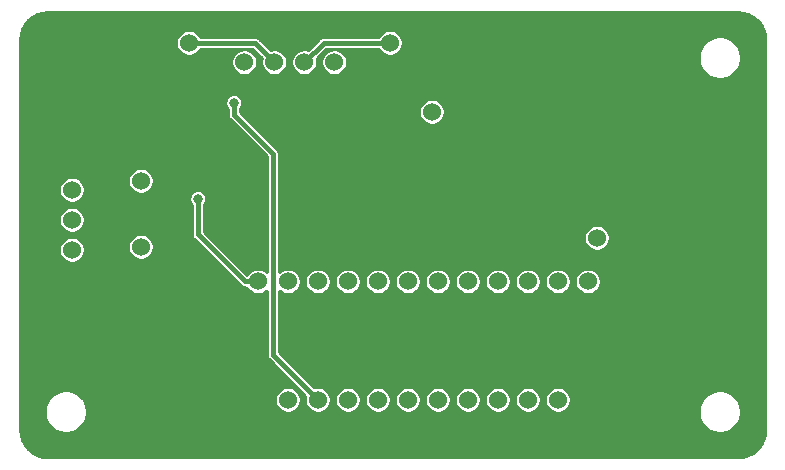
<source format=gbr>
G04 #@! TF.GenerationSoftware,KiCad,Pcbnew,(5.1.4)-1*
G04 #@! TF.CreationDate,2019-10-15T19:11:32-05:00*
G04 #@! TF.ProjectId,CCDBoard_Hardware,43434442-6f61-4726-945f-486172647761,rev?*
G04 #@! TF.SameCoordinates,Original*
G04 #@! TF.FileFunction,Copper,L2,Bot*
G04 #@! TF.FilePolarity,Positive*
%FSLAX46Y46*%
G04 Gerber Fmt 4.6, Leading zero omitted, Abs format (unit mm)*
G04 Created by KiCad (PCBNEW (5.1.4)-1) date 2019-10-15 19:11:32*
%MOMM*%
%LPD*%
G04 APERTURE LIST*
%ADD10C,1.524000*%
%ADD11C,0.800000*%
%ADD12C,0.381000*%
%ADD13C,0.254000*%
G04 APERTURE END LIST*
D10*
X112014000Y-90678000D03*
X116078000Y-78994000D03*
X147320000Y-109220000D03*
X144780000Y-109220000D03*
X142240000Y-109220000D03*
X121920000Y-109220000D03*
X124460000Y-109220000D03*
X127000000Y-109220000D03*
X129540000Y-109220000D03*
X132080000Y-109220000D03*
X134620000Y-109220000D03*
X139700000Y-109220000D03*
X149860000Y-109220000D03*
X137160000Y-109220000D03*
X121920000Y-99210000D03*
X124460000Y-99210000D03*
X127000000Y-99210000D03*
X129540000Y-99210000D03*
X132080000Y-99210000D03*
X134620000Y-99210000D03*
X137160000Y-99210000D03*
X139700000Y-99210000D03*
X142240000Y-99210000D03*
X144780000Y-99210000D03*
X147320000Y-99210000D03*
X149860000Y-99210000D03*
X106172000Y-88900000D03*
X106172000Y-91440000D03*
X106172000Y-93980000D03*
X106172000Y-96520000D03*
X106172000Y-96520000D03*
X120777000Y-80645000D03*
X120777000Y-80645000D03*
X123317000Y-80645000D03*
X125857000Y-80645000D03*
X128397000Y-80645000D03*
X136652000Y-84836000D03*
X133096000Y-78994000D03*
X150622000Y-95504000D03*
X112014000Y-96266000D03*
D11*
X136652000Y-96520000D03*
X114808000Y-87884000D03*
X119888000Y-84074000D03*
X116840000Y-92202000D03*
D12*
X121666000Y-78994000D02*
X116078000Y-78994000D01*
X123317000Y-80645000D02*
X121666000Y-78994000D01*
X127508000Y-78994000D02*
X133096000Y-78994000D01*
X125857000Y-80645000D02*
X127508000Y-78994000D01*
X119888000Y-85090000D02*
X119888000Y-84074000D01*
X123190000Y-88392000D02*
X119888000Y-85090000D01*
X127000000Y-109220000D02*
X123190000Y-105410000D01*
X123190000Y-105410000D02*
X123190000Y-88392000D01*
X116840000Y-92767685D02*
X116840000Y-92202000D01*
X116840000Y-95207630D02*
X116840000Y-92767685D01*
X120842370Y-99210000D02*
X116840000Y-95207630D01*
X121920000Y-99210000D02*
X120842370Y-99210000D01*
D13*
G36*
X163013438Y-76449981D02*
G01*
X163449600Y-76581666D01*
X163851883Y-76795564D01*
X164204952Y-77083519D01*
X164495371Y-77434576D01*
X164712069Y-77835350D01*
X164846797Y-78270584D01*
X164895435Y-78733338D01*
X164895461Y-78740715D01*
X164895460Y-111749994D01*
X164850019Y-112213437D01*
X164718334Y-112649602D01*
X164504438Y-113051880D01*
X164216481Y-113404952D01*
X163865421Y-113695373D01*
X163464651Y-113912069D01*
X163029413Y-114046797D01*
X162566654Y-114095435D01*
X162559571Y-114095460D01*
X104150006Y-114095460D01*
X103686563Y-114050019D01*
X103250398Y-113918334D01*
X102848120Y-113704438D01*
X102495048Y-113416481D01*
X102204627Y-113065421D01*
X101987931Y-112664651D01*
X101853203Y-112229413D01*
X101804565Y-111766654D01*
X101804540Y-111759571D01*
X101804540Y-110058696D01*
X103863800Y-110058696D01*
X103863800Y-110413304D01*
X103932981Y-110761099D01*
X104068684Y-111088714D01*
X104265694Y-111383560D01*
X104516440Y-111634306D01*
X104811286Y-111831316D01*
X105138901Y-111967019D01*
X105486696Y-112036200D01*
X105841304Y-112036200D01*
X106189099Y-111967019D01*
X106516714Y-111831316D01*
X106811560Y-111634306D01*
X107062306Y-111383560D01*
X107259316Y-111088714D01*
X107395019Y-110761099D01*
X107464200Y-110413304D01*
X107464200Y-110058696D01*
X107395019Y-109710901D01*
X107259316Y-109383286D01*
X107078545Y-109112743D01*
X123371000Y-109112743D01*
X123371000Y-109327257D01*
X123412850Y-109537650D01*
X123494941Y-109735835D01*
X123614119Y-109914197D01*
X123765803Y-110065881D01*
X123944165Y-110185059D01*
X124142350Y-110267150D01*
X124352743Y-110309000D01*
X124567257Y-110309000D01*
X124777650Y-110267150D01*
X124975835Y-110185059D01*
X125154197Y-110065881D01*
X125305881Y-109914197D01*
X125425059Y-109735835D01*
X125507150Y-109537650D01*
X125549000Y-109327257D01*
X125549000Y-109112743D01*
X125507150Y-108902350D01*
X125425059Y-108704165D01*
X125305881Y-108525803D01*
X125154197Y-108374119D01*
X124975835Y-108254941D01*
X124777650Y-108172850D01*
X124567257Y-108131000D01*
X124352743Y-108131000D01*
X124142350Y-108172850D01*
X123944165Y-108254941D01*
X123765803Y-108374119D01*
X123614119Y-108525803D01*
X123494941Y-108704165D01*
X123412850Y-108902350D01*
X123371000Y-109112743D01*
X107078545Y-109112743D01*
X107062306Y-109088440D01*
X106811560Y-108837694D01*
X106516714Y-108640684D01*
X106189099Y-108504981D01*
X105841304Y-108435800D01*
X105486696Y-108435800D01*
X105138901Y-108504981D01*
X104811286Y-108640684D01*
X104516440Y-108837694D01*
X104265694Y-109088440D01*
X104068684Y-109383286D01*
X103932981Y-109710901D01*
X103863800Y-110058696D01*
X101804540Y-110058696D01*
X101804540Y-96412743D01*
X105083000Y-96412743D01*
X105083000Y-96627257D01*
X105124850Y-96837650D01*
X105206941Y-97035835D01*
X105326119Y-97214197D01*
X105477803Y-97365881D01*
X105656165Y-97485059D01*
X105854350Y-97567150D01*
X106064743Y-97609000D01*
X106279257Y-97609000D01*
X106489650Y-97567150D01*
X106687835Y-97485059D01*
X106866197Y-97365881D01*
X107017881Y-97214197D01*
X107137059Y-97035835D01*
X107219150Y-96837650D01*
X107261000Y-96627257D01*
X107261000Y-96412743D01*
X107219150Y-96202350D01*
X107201088Y-96158743D01*
X110925000Y-96158743D01*
X110925000Y-96373257D01*
X110966850Y-96583650D01*
X111048941Y-96781835D01*
X111168119Y-96960197D01*
X111319803Y-97111881D01*
X111498165Y-97231059D01*
X111696350Y-97313150D01*
X111906743Y-97355000D01*
X112121257Y-97355000D01*
X112331650Y-97313150D01*
X112529835Y-97231059D01*
X112708197Y-97111881D01*
X112859881Y-96960197D01*
X112979059Y-96781835D01*
X113061150Y-96583650D01*
X113103000Y-96373257D01*
X113103000Y-96158743D01*
X113061150Y-95948350D01*
X112979059Y-95750165D01*
X112859881Y-95571803D01*
X112708197Y-95420119D01*
X112529835Y-95300941D01*
X112331650Y-95218850D01*
X112121257Y-95177000D01*
X111906743Y-95177000D01*
X111696350Y-95218850D01*
X111498165Y-95300941D01*
X111319803Y-95420119D01*
X111168119Y-95571803D01*
X111048941Y-95750165D01*
X110966850Y-95948350D01*
X110925000Y-96158743D01*
X107201088Y-96158743D01*
X107137059Y-96004165D01*
X107017881Y-95825803D01*
X106866197Y-95674119D01*
X106687835Y-95554941D01*
X106489650Y-95472850D01*
X106279257Y-95431000D01*
X106064743Y-95431000D01*
X105854350Y-95472850D01*
X105656165Y-95554941D01*
X105477803Y-95674119D01*
X105326119Y-95825803D01*
X105206941Y-96004165D01*
X105124850Y-96202350D01*
X105083000Y-96412743D01*
X101804540Y-96412743D01*
X101804540Y-93872743D01*
X105083000Y-93872743D01*
X105083000Y-94087257D01*
X105124850Y-94297650D01*
X105206941Y-94495835D01*
X105326119Y-94674197D01*
X105477803Y-94825881D01*
X105656165Y-94945059D01*
X105854350Y-95027150D01*
X106064743Y-95069000D01*
X106279257Y-95069000D01*
X106489650Y-95027150D01*
X106687835Y-94945059D01*
X106866197Y-94825881D01*
X107017881Y-94674197D01*
X107137059Y-94495835D01*
X107219150Y-94297650D01*
X107261000Y-94087257D01*
X107261000Y-93872743D01*
X107219150Y-93662350D01*
X107137059Y-93464165D01*
X107017881Y-93285803D01*
X106866197Y-93134119D01*
X106687835Y-93014941D01*
X106489650Y-92932850D01*
X106279257Y-92891000D01*
X106064743Y-92891000D01*
X105854350Y-92932850D01*
X105656165Y-93014941D01*
X105477803Y-93134119D01*
X105326119Y-93285803D01*
X105206941Y-93464165D01*
X105124850Y-93662350D01*
X105083000Y-93872743D01*
X101804540Y-93872743D01*
X101804540Y-91332743D01*
X105083000Y-91332743D01*
X105083000Y-91547257D01*
X105124850Y-91757650D01*
X105206941Y-91955835D01*
X105326119Y-92134197D01*
X105477803Y-92285881D01*
X105656165Y-92405059D01*
X105854350Y-92487150D01*
X106064743Y-92529000D01*
X106279257Y-92529000D01*
X106489650Y-92487150D01*
X106687835Y-92405059D01*
X106866197Y-92285881D01*
X107017881Y-92134197D01*
X107020420Y-92130397D01*
X116113000Y-92130397D01*
X116113000Y-92273603D01*
X116140938Y-92414058D01*
X116195741Y-92546364D01*
X116275302Y-92665436D01*
X116322500Y-92712634D01*
X116322500Y-92793097D01*
X116322501Y-92793107D01*
X116322500Y-95182217D01*
X116319997Y-95207630D01*
X116322500Y-95233042D01*
X116329989Y-95309077D01*
X116359580Y-95406626D01*
X116407633Y-95496528D01*
X116472302Y-95575328D01*
X116492048Y-95591533D01*
X120458472Y-99557958D01*
X120474672Y-99577698D01*
X120553472Y-99642367D01*
X120643373Y-99690420D01*
X120740922Y-99720011D01*
X120800053Y-99725835D01*
X120842370Y-99730003D01*
X120867783Y-99727500D01*
X120956054Y-99727500D01*
X121074119Y-99904197D01*
X121225803Y-100055881D01*
X121404165Y-100175059D01*
X121602350Y-100257150D01*
X121812743Y-100299000D01*
X122027257Y-100299000D01*
X122237650Y-100257150D01*
X122435835Y-100175059D01*
X122614197Y-100055881D01*
X122672500Y-99997578D01*
X122672500Y-105384587D01*
X122669997Y-105410000D01*
X122672500Y-105435412D01*
X122679989Y-105511447D01*
X122709580Y-105608996D01*
X122757633Y-105698898D01*
X122822302Y-105777698D01*
X122842048Y-105793903D01*
X125952459Y-108904314D01*
X125911000Y-109112743D01*
X125911000Y-109327257D01*
X125952850Y-109537650D01*
X126034941Y-109735835D01*
X126154119Y-109914197D01*
X126305803Y-110065881D01*
X126484165Y-110185059D01*
X126682350Y-110267150D01*
X126892743Y-110309000D01*
X127107257Y-110309000D01*
X127317650Y-110267150D01*
X127515835Y-110185059D01*
X127694197Y-110065881D01*
X127845881Y-109914197D01*
X127965059Y-109735835D01*
X128047150Y-109537650D01*
X128089000Y-109327257D01*
X128089000Y-109112743D01*
X128451000Y-109112743D01*
X128451000Y-109327257D01*
X128492850Y-109537650D01*
X128574941Y-109735835D01*
X128694119Y-109914197D01*
X128845803Y-110065881D01*
X129024165Y-110185059D01*
X129222350Y-110267150D01*
X129432743Y-110309000D01*
X129647257Y-110309000D01*
X129857650Y-110267150D01*
X130055835Y-110185059D01*
X130234197Y-110065881D01*
X130385881Y-109914197D01*
X130505059Y-109735835D01*
X130587150Y-109537650D01*
X130629000Y-109327257D01*
X130629000Y-109112743D01*
X130991000Y-109112743D01*
X130991000Y-109327257D01*
X131032850Y-109537650D01*
X131114941Y-109735835D01*
X131234119Y-109914197D01*
X131385803Y-110065881D01*
X131564165Y-110185059D01*
X131762350Y-110267150D01*
X131972743Y-110309000D01*
X132187257Y-110309000D01*
X132397650Y-110267150D01*
X132595835Y-110185059D01*
X132774197Y-110065881D01*
X132925881Y-109914197D01*
X133045059Y-109735835D01*
X133127150Y-109537650D01*
X133169000Y-109327257D01*
X133169000Y-109112743D01*
X133531000Y-109112743D01*
X133531000Y-109327257D01*
X133572850Y-109537650D01*
X133654941Y-109735835D01*
X133774119Y-109914197D01*
X133925803Y-110065881D01*
X134104165Y-110185059D01*
X134302350Y-110267150D01*
X134512743Y-110309000D01*
X134727257Y-110309000D01*
X134937650Y-110267150D01*
X135135835Y-110185059D01*
X135314197Y-110065881D01*
X135465881Y-109914197D01*
X135585059Y-109735835D01*
X135667150Y-109537650D01*
X135709000Y-109327257D01*
X135709000Y-109112743D01*
X136071000Y-109112743D01*
X136071000Y-109327257D01*
X136112850Y-109537650D01*
X136194941Y-109735835D01*
X136314119Y-109914197D01*
X136465803Y-110065881D01*
X136644165Y-110185059D01*
X136842350Y-110267150D01*
X137052743Y-110309000D01*
X137267257Y-110309000D01*
X137477650Y-110267150D01*
X137675835Y-110185059D01*
X137854197Y-110065881D01*
X138005881Y-109914197D01*
X138125059Y-109735835D01*
X138207150Y-109537650D01*
X138249000Y-109327257D01*
X138249000Y-109112743D01*
X138611000Y-109112743D01*
X138611000Y-109327257D01*
X138652850Y-109537650D01*
X138734941Y-109735835D01*
X138854119Y-109914197D01*
X139005803Y-110065881D01*
X139184165Y-110185059D01*
X139382350Y-110267150D01*
X139592743Y-110309000D01*
X139807257Y-110309000D01*
X140017650Y-110267150D01*
X140215835Y-110185059D01*
X140394197Y-110065881D01*
X140545881Y-109914197D01*
X140665059Y-109735835D01*
X140747150Y-109537650D01*
X140789000Y-109327257D01*
X140789000Y-109112743D01*
X141151000Y-109112743D01*
X141151000Y-109327257D01*
X141192850Y-109537650D01*
X141274941Y-109735835D01*
X141394119Y-109914197D01*
X141545803Y-110065881D01*
X141724165Y-110185059D01*
X141922350Y-110267150D01*
X142132743Y-110309000D01*
X142347257Y-110309000D01*
X142557650Y-110267150D01*
X142755835Y-110185059D01*
X142934197Y-110065881D01*
X143085881Y-109914197D01*
X143205059Y-109735835D01*
X143287150Y-109537650D01*
X143329000Y-109327257D01*
X143329000Y-109112743D01*
X143691000Y-109112743D01*
X143691000Y-109327257D01*
X143732850Y-109537650D01*
X143814941Y-109735835D01*
X143934119Y-109914197D01*
X144085803Y-110065881D01*
X144264165Y-110185059D01*
X144462350Y-110267150D01*
X144672743Y-110309000D01*
X144887257Y-110309000D01*
X145097650Y-110267150D01*
X145295835Y-110185059D01*
X145474197Y-110065881D01*
X145625881Y-109914197D01*
X145745059Y-109735835D01*
X145827150Y-109537650D01*
X145869000Y-109327257D01*
X145869000Y-109112743D01*
X146231000Y-109112743D01*
X146231000Y-109327257D01*
X146272850Y-109537650D01*
X146354941Y-109735835D01*
X146474119Y-109914197D01*
X146625803Y-110065881D01*
X146804165Y-110185059D01*
X147002350Y-110267150D01*
X147212743Y-110309000D01*
X147427257Y-110309000D01*
X147637650Y-110267150D01*
X147835835Y-110185059D01*
X148014197Y-110065881D01*
X148021382Y-110058696D01*
X159235800Y-110058696D01*
X159235800Y-110413304D01*
X159304981Y-110761099D01*
X159440684Y-111088714D01*
X159637694Y-111383560D01*
X159888440Y-111634306D01*
X160183286Y-111831316D01*
X160510901Y-111967019D01*
X160858696Y-112036200D01*
X161213304Y-112036200D01*
X161561099Y-111967019D01*
X161888714Y-111831316D01*
X162183560Y-111634306D01*
X162434306Y-111383560D01*
X162631316Y-111088714D01*
X162767019Y-110761099D01*
X162836200Y-110413304D01*
X162836200Y-110058696D01*
X162767019Y-109710901D01*
X162631316Y-109383286D01*
X162434306Y-109088440D01*
X162183560Y-108837694D01*
X161888714Y-108640684D01*
X161561099Y-108504981D01*
X161213304Y-108435800D01*
X160858696Y-108435800D01*
X160510901Y-108504981D01*
X160183286Y-108640684D01*
X159888440Y-108837694D01*
X159637694Y-109088440D01*
X159440684Y-109383286D01*
X159304981Y-109710901D01*
X159235800Y-110058696D01*
X148021382Y-110058696D01*
X148165881Y-109914197D01*
X148285059Y-109735835D01*
X148367150Y-109537650D01*
X148409000Y-109327257D01*
X148409000Y-109112743D01*
X148367150Y-108902350D01*
X148285059Y-108704165D01*
X148165881Y-108525803D01*
X148014197Y-108374119D01*
X147835835Y-108254941D01*
X147637650Y-108172850D01*
X147427257Y-108131000D01*
X147212743Y-108131000D01*
X147002350Y-108172850D01*
X146804165Y-108254941D01*
X146625803Y-108374119D01*
X146474119Y-108525803D01*
X146354941Y-108704165D01*
X146272850Y-108902350D01*
X146231000Y-109112743D01*
X145869000Y-109112743D01*
X145827150Y-108902350D01*
X145745059Y-108704165D01*
X145625881Y-108525803D01*
X145474197Y-108374119D01*
X145295835Y-108254941D01*
X145097650Y-108172850D01*
X144887257Y-108131000D01*
X144672743Y-108131000D01*
X144462350Y-108172850D01*
X144264165Y-108254941D01*
X144085803Y-108374119D01*
X143934119Y-108525803D01*
X143814941Y-108704165D01*
X143732850Y-108902350D01*
X143691000Y-109112743D01*
X143329000Y-109112743D01*
X143287150Y-108902350D01*
X143205059Y-108704165D01*
X143085881Y-108525803D01*
X142934197Y-108374119D01*
X142755835Y-108254941D01*
X142557650Y-108172850D01*
X142347257Y-108131000D01*
X142132743Y-108131000D01*
X141922350Y-108172850D01*
X141724165Y-108254941D01*
X141545803Y-108374119D01*
X141394119Y-108525803D01*
X141274941Y-108704165D01*
X141192850Y-108902350D01*
X141151000Y-109112743D01*
X140789000Y-109112743D01*
X140747150Y-108902350D01*
X140665059Y-108704165D01*
X140545881Y-108525803D01*
X140394197Y-108374119D01*
X140215835Y-108254941D01*
X140017650Y-108172850D01*
X139807257Y-108131000D01*
X139592743Y-108131000D01*
X139382350Y-108172850D01*
X139184165Y-108254941D01*
X139005803Y-108374119D01*
X138854119Y-108525803D01*
X138734941Y-108704165D01*
X138652850Y-108902350D01*
X138611000Y-109112743D01*
X138249000Y-109112743D01*
X138207150Y-108902350D01*
X138125059Y-108704165D01*
X138005881Y-108525803D01*
X137854197Y-108374119D01*
X137675835Y-108254941D01*
X137477650Y-108172850D01*
X137267257Y-108131000D01*
X137052743Y-108131000D01*
X136842350Y-108172850D01*
X136644165Y-108254941D01*
X136465803Y-108374119D01*
X136314119Y-108525803D01*
X136194941Y-108704165D01*
X136112850Y-108902350D01*
X136071000Y-109112743D01*
X135709000Y-109112743D01*
X135667150Y-108902350D01*
X135585059Y-108704165D01*
X135465881Y-108525803D01*
X135314197Y-108374119D01*
X135135835Y-108254941D01*
X134937650Y-108172850D01*
X134727257Y-108131000D01*
X134512743Y-108131000D01*
X134302350Y-108172850D01*
X134104165Y-108254941D01*
X133925803Y-108374119D01*
X133774119Y-108525803D01*
X133654941Y-108704165D01*
X133572850Y-108902350D01*
X133531000Y-109112743D01*
X133169000Y-109112743D01*
X133127150Y-108902350D01*
X133045059Y-108704165D01*
X132925881Y-108525803D01*
X132774197Y-108374119D01*
X132595835Y-108254941D01*
X132397650Y-108172850D01*
X132187257Y-108131000D01*
X131972743Y-108131000D01*
X131762350Y-108172850D01*
X131564165Y-108254941D01*
X131385803Y-108374119D01*
X131234119Y-108525803D01*
X131114941Y-108704165D01*
X131032850Y-108902350D01*
X130991000Y-109112743D01*
X130629000Y-109112743D01*
X130587150Y-108902350D01*
X130505059Y-108704165D01*
X130385881Y-108525803D01*
X130234197Y-108374119D01*
X130055835Y-108254941D01*
X129857650Y-108172850D01*
X129647257Y-108131000D01*
X129432743Y-108131000D01*
X129222350Y-108172850D01*
X129024165Y-108254941D01*
X128845803Y-108374119D01*
X128694119Y-108525803D01*
X128574941Y-108704165D01*
X128492850Y-108902350D01*
X128451000Y-109112743D01*
X128089000Y-109112743D01*
X128047150Y-108902350D01*
X127965059Y-108704165D01*
X127845881Y-108525803D01*
X127694197Y-108374119D01*
X127515835Y-108254941D01*
X127317650Y-108172850D01*
X127107257Y-108131000D01*
X126892743Y-108131000D01*
X126684314Y-108172459D01*
X123707500Y-105195645D01*
X123707500Y-99997578D01*
X123765803Y-100055881D01*
X123944165Y-100175059D01*
X124142350Y-100257150D01*
X124352743Y-100299000D01*
X124567257Y-100299000D01*
X124777650Y-100257150D01*
X124975835Y-100175059D01*
X125154197Y-100055881D01*
X125305881Y-99904197D01*
X125425059Y-99725835D01*
X125507150Y-99527650D01*
X125549000Y-99317257D01*
X125549000Y-99102743D01*
X125911000Y-99102743D01*
X125911000Y-99317257D01*
X125952850Y-99527650D01*
X126034941Y-99725835D01*
X126154119Y-99904197D01*
X126305803Y-100055881D01*
X126484165Y-100175059D01*
X126682350Y-100257150D01*
X126892743Y-100299000D01*
X127107257Y-100299000D01*
X127317650Y-100257150D01*
X127515835Y-100175059D01*
X127694197Y-100055881D01*
X127845881Y-99904197D01*
X127965059Y-99725835D01*
X128047150Y-99527650D01*
X128089000Y-99317257D01*
X128089000Y-99102743D01*
X128451000Y-99102743D01*
X128451000Y-99317257D01*
X128492850Y-99527650D01*
X128574941Y-99725835D01*
X128694119Y-99904197D01*
X128845803Y-100055881D01*
X129024165Y-100175059D01*
X129222350Y-100257150D01*
X129432743Y-100299000D01*
X129647257Y-100299000D01*
X129857650Y-100257150D01*
X130055835Y-100175059D01*
X130234197Y-100055881D01*
X130385881Y-99904197D01*
X130505059Y-99725835D01*
X130587150Y-99527650D01*
X130629000Y-99317257D01*
X130629000Y-99102743D01*
X130991000Y-99102743D01*
X130991000Y-99317257D01*
X131032850Y-99527650D01*
X131114941Y-99725835D01*
X131234119Y-99904197D01*
X131385803Y-100055881D01*
X131564165Y-100175059D01*
X131762350Y-100257150D01*
X131972743Y-100299000D01*
X132187257Y-100299000D01*
X132397650Y-100257150D01*
X132595835Y-100175059D01*
X132774197Y-100055881D01*
X132925881Y-99904197D01*
X133045059Y-99725835D01*
X133127150Y-99527650D01*
X133169000Y-99317257D01*
X133169000Y-99102743D01*
X133531000Y-99102743D01*
X133531000Y-99317257D01*
X133572850Y-99527650D01*
X133654941Y-99725835D01*
X133774119Y-99904197D01*
X133925803Y-100055881D01*
X134104165Y-100175059D01*
X134302350Y-100257150D01*
X134512743Y-100299000D01*
X134727257Y-100299000D01*
X134937650Y-100257150D01*
X135135835Y-100175059D01*
X135314197Y-100055881D01*
X135465881Y-99904197D01*
X135585059Y-99725835D01*
X135667150Y-99527650D01*
X135709000Y-99317257D01*
X135709000Y-99102743D01*
X136071000Y-99102743D01*
X136071000Y-99317257D01*
X136112850Y-99527650D01*
X136194941Y-99725835D01*
X136314119Y-99904197D01*
X136465803Y-100055881D01*
X136644165Y-100175059D01*
X136842350Y-100257150D01*
X137052743Y-100299000D01*
X137267257Y-100299000D01*
X137477650Y-100257150D01*
X137675835Y-100175059D01*
X137854197Y-100055881D01*
X138005881Y-99904197D01*
X138125059Y-99725835D01*
X138207150Y-99527650D01*
X138249000Y-99317257D01*
X138249000Y-99102743D01*
X138611000Y-99102743D01*
X138611000Y-99317257D01*
X138652850Y-99527650D01*
X138734941Y-99725835D01*
X138854119Y-99904197D01*
X139005803Y-100055881D01*
X139184165Y-100175059D01*
X139382350Y-100257150D01*
X139592743Y-100299000D01*
X139807257Y-100299000D01*
X140017650Y-100257150D01*
X140215835Y-100175059D01*
X140394197Y-100055881D01*
X140545881Y-99904197D01*
X140665059Y-99725835D01*
X140747150Y-99527650D01*
X140789000Y-99317257D01*
X140789000Y-99102743D01*
X141151000Y-99102743D01*
X141151000Y-99317257D01*
X141192850Y-99527650D01*
X141274941Y-99725835D01*
X141394119Y-99904197D01*
X141545803Y-100055881D01*
X141724165Y-100175059D01*
X141922350Y-100257150D01*
X142132743Y-100299000D01*
X142347257Y-100299000D01*
X142557650Y-100257150D01*
X142755835Y-100175059D01*
X142934197Y-100055881D01*
X143085881Y-99904197D01*
X143205059Y-99725835D01*
X143287150Y-99527650D01*
X143329000Y-99317257D01*
X143329000Y-99102743D01*
X143691000Y-99102743D01*
X143691000Y-99317257D01*
X143732850Y-99527650D01*
X143814941Y-99725835D01*
X143934119Y-99904197D01*
X144085803Y-100055881D01*
X144264165Y-100175059D01*
X144462350Y-100257150D01*
X144672743Y-100299000D01*
X144887257Y-100299000D01*
X145097650Y-100257150D01*
X145295835Y-100175059D01*
X145474197Y-100055881D01*
X145625881Y-99904197D01*
X145745059Y-99725835D01*
X145827150Y-99527650D01*
X145869000Y-99317257D01*
X145869000Y-99102743D01*
X146231000Y-99102743D01*
X146231000Y-99317257D01*
X146272850Y-99527650D01*
X146354941Y-99725835D01*
X146474119Y-99904197D01*
X146625803Y-100055881D01*
X146804165Y-100175059D01*
X147002350Y-100257150D01*
X147212743Y-100299000D01*
X147427257Y-100299000D01*
X147637650Y-100257150D01*
X147835835Y-100175059D01*
X148014197Y-100055881D01*
X148165881Y-99904197D01*
X148285059Y-99725835D01*
X148367150Y-99527650D01*
X148409000Y-99317257D01*
X148409000Y-99102743D01*
X148771000Y-99102743D01*
X148771000Y-99317257D01*
X148812850Y-99527650D01*
X148894941Y-99725835D01*
X149014119Y-99904197D01*
X149165803Y-100055881D01*
X149344165Y-100175059D01*
X149542350Y-100257150D01*
X149752743Y-100299000D01*
X149967257Y-100299000D01*
X150177650Y-100257150D01*
X150375835Y-100175059D01*
X150554197Y-100055881D01*
X150705881Y-99904197D01*
X150825059Y-99725835D01*
X150907150Y-99527650D01*
X150949000Y-99317257D01*
X150949000Y-99102743D01*
X150907150Y-98892350D01*
X150825059Y-98694165D01*
X150705881Y-98515803D01*
X150554197Y-98364119D01*
X150375835Y-98244941D01*
X150177650Y-98162850D01*
X149967257Y-98121000D01*
X149752743Y-98121000D01*
X149542350Y-98162850D01*
X149344165Y-98244941D01*
X149165803Y-98364119D01*
X149014119Y-98515803D01*
X148894941Y-98694165D01*
X148812850Y-98892350D01*
X148771000Y-99102743D01*
X148409000Y-99102743D01*
X148367150Y-98892350D01*
X148285059Y-98694165D01*
X148165881Y-98515803D01*
X148014197Y-98364119D01*
X147835835Y-98244941D01*
X147637650Y-98162850D01*
X147427257Y-98121000D01*
X147212743Y-98121000D01*
X147002350Y-98162850D01*
X146804165Y-98244941D01*
X146625803Y-98364119D01*
X146474119Y-98515803D01*
X146354941Y-98694165D01*
X146272850Y-98892350D01*
X146231000Y-99102743D01*
X145869000Y-99102743D01*
X145827150Y-98892350D01*
X145745059Y-98694165D01*
X145625881Y-98515803D01*
X145474197Y-98364119D01*
X145295835Y-98244941D01*
X145097650Y-98162850D01*
X144887257Y-98121000D01*
X144672743Y-98121000D01*
X144462350Y-98162850D01*
X144264165Y-98244941D01*
X144085803Y-98364119D01*
X143934119Y-98515803D01*
X143814941Y-98694165D01*
X143732850Y-98892350D01*
X143691000Y-99102743D01*
X143329000Y-99102743D01*
X143287150Y-98892350D01*
X143205059Y-98694165D01*
X143085881Y-98515803D01*
X142934197Y-98364119D01*
X142755835Y-98244941D01*
X142557650Y-98162850D01*
X142347257Y-98121000D01*
X142132743Y-98121000D01*
X141922350Y-98162850D01*
X141724165Y-98244941D01*
X141545803Y-98364119D01*
X141394119Y-98515803D01*
X141274941Y-98694165D01*
X141192850Y-98892350D01*
X141151000Y-99102743D01*
X140789000Y-99102743D01*
X140747150Y-98892350D01*
X140665059Y-98694165D01*
X140545881Y-98515803D01*
X140394197Y-98364119D01*
X140215835Y-98244941D01*
X140017650Y-98162850D01*
X139807257Y-98121000D01*
X139592743Y-98121000D01*
X139382350Y-98162850D01*
X139184165Y-98244941D01*
X139005803Y-98364119D01*
X138854119Y-98515803D01*
X138734941Y-98694165D01*
X138652850Y-98892350D01*
X138611000Y-99102743D01*
X138249000Y-99102743D01*
X138207150Y-98892350D01*
X138125059Y-98694165D01*
X138005881Y-98515803D01*
X137854197Y-98364119D01*
X137675835Y-98244941D01*
X137477650Y-98162850D01*
X137267257Y-98121000D01*
X137052743Y-98121000D01*
X136842350Y-98162850D01*
X136644165Y-98244941D01*
X136465803Y-98364119D01*
X136314119Y-98515803D01*
X136194941Y-98694165D01*
X136112850Y-98892350D01*
X136071000Y-99102743D01*
X135709000Y-99102743D01*
X135667150Y-98892350D01*
X135585059Y-98694165D01*
X135465881Y-98515803D01*
X135314197Y-98364119D01*
X135135835Y-98244941D01*
X134937650Y-98162850D01*
X134727257Y-98121000D01*
X134512743Y-98121000D01*
X134302350Y-98162850D01*
X134104165Y-98244941D01*
X133925803Y-98364119D01*
X133774119Y-98515803D01*
X133654941Y-98694165D01*
X133572850Y-98892350D01*
X133531000Y-99102743D01*
X133169000Y-99102743D01*
X133127150Y-98892350D01*
X133045059Y-98694165D01*
X132925881Y-98515803D01*
X132774197Y-98364119D01*
X132595835Y-98244941D01*
X132397650Y-98162850D01*
X132187257Y-98121000D01*
X131972743Y-98121000D01*
X131762350Y-98162850D01*
X131564165Y-98244941D01*
X131385803Y-98364119D01*
X131234119Y-98515803D01*
X131114941Y-98694165D01*
X131032850Y-98892350D01*
X130991000Y-99102743D01*
X130629000Y-99102743D01*
X130587150Y-98892350D01*
X130505059Y-98694165D01*
X130385881Y-98515803D01*
X130234197Y-98364119D01*
X130055835Y-98244941D01*
X129857650Y-98162850D01*
X129647257Y-98121000D01*
X129432743Y-98121000D01*
X129222350Y-98162850D01*
X129024165Y-98244941D01*
X128845803Y-98364119D01*
X128694119Y-98515803D01*
X128574941Y-98694165D01*
X128492850Y-98892350D01*
X128451000Y-99102743D01*
X128089000Y-99102743D01*
X128047150Y-98892350D01*
X127965059Y-98694165D01*
X127845881Y-98515803D01*
X127694197Y-98364119D01*
X127515835Y-98244941D01*
X127317650Y-98162850D01*
X127107257Y-98121000D01*
X126892743Y-98121000D01*
X126682350Y-98162850D01*
X126484165Y-98244941D01*
X126305803Y-98364119D01*
X126154119Y-98515803D01*
X126034941Y-98694165D01*
X125952850Y-98892350D01*
X125911000Y-99102743D01*
X125549000Y-99102743D01*
X125507150Y-98892350D01*
X125425059Y-98694165D01*
X125305881Y-98515803D01*
X125154197Y-98364119D01*
X124975835Y-98244941D01*
X124777650Y-98162850D01*
X124567257Y-98121000D01*
X124352743Y-98121000D01*
X124142350Y-98162850D01*
X123944165Y-98244941D01*
X123765803Y-98364119D01*
X123707500Y-98422422D01*
X123707500Y-95396743D01*
X149533000Y-95396743D01*
X149533000Y-95611257D01*
X149574850Y-95821650D01*
X149656941Y-96019835D01*
X149776119Y-96198197D01*
X149927803Y-96349881D01*
X150106165Y-96469059D01*
X150304350Y-96551150D01*
X150514743Y-96593000D01*
X150729257Y-96593000D01*
X150939650Y-96551150D01*
X151137835Y-96469059D01*
X151316197Y-96349881D01*
X151467881Y-96198197D01*
X151587059Y-96019835D01*
X151669150Y-95821650D01*
X151711000Y-95611257D01*
X151711000Y-95396743D01*
X151669150Y-95186350D01*
X151587059Y-94988165D01*
X151467881Y-94809803D01*
X151316197Y-94658119D01*
X151137835Y-94538941D01*
X150939650Y-94456850D01*
X150729257Y-94415000D01*
X150514743Y-94415000D01*
X150304350Y-94456850D01*
X150106165Y-94538941D01*
X149927803Y-94658119D01*
X149776119Y-94809803D01*
X149656941Y-94988165D01*
X149574850Y-95186350D01*
X149533000Y-95396743D01*
X123707500Y-95396743D01*
X123707500Y-88417412D01*
X123710003Y-88391999D01*
X123700011Y-88290551D01*
X123670420Y-88193003D01*
X123622367Y-88103102D01*
X123557698Y-88024302D01*
X123537958Y-88008102D01*
X120405500Y-84875645D01*
X120405500Y-84728743D01*
X135563000Y-84728743D01*
X135563000Y-84943257D01*
X135604850Y-85153650D01*
X135686941Y-85351835D01*
X135806119Y-85530197D01*
X135957803Y-85681881D01*
X136136165Y-85801059D01*
X136334350Y-85883150D01*
X136544743Y-85925000D01*
X136759257Y-85925000D01*
X136969650Y-85883150D01*
X137167835Y-85801059D01*
X137346197Y-85681881D01*
X137497881Y-85530197D01*
X137617059Y-85351835D01*
X137699150Y-85153650D01*
X137741000Y-84943257D01*
X137741000Y-84728743D01*
X137699150Y-84518350D01*
X137617059Y-84320165D01*
X137497881Y-84141803D01*
X137346197Y-83990119D01*
X137167835Y-83870941D01*
X136969650Y-83788850D01*
X136759257Y-83747000D01*
X136544743Y-83747000D01*
X136334350Y-83788850D01*
X136136165Y-83870941D01*
X135957803Y-83990119D01*
X135806119Y-84141803D01*
X135686941Y-84320165D01*
X135604850Y-84518350D01*
X135563000Y-84728743D01*
X120405500Y-84728743D01*
X120405500Y-84584634D01*
X120452698Y-84537436D01*
X120532259Y-84418364D01*
X120587062Y-84286058D01*
X120615000Y-84145603D01*
X120615000Y-84002397D01*
X120587062Y-83861942D01*
X120532259Y-83729636D01*
X120452698Y-83610564D01*
X120351436Y-83509302D01*
X120232364Y-83429741D01*
X120100058Y-83374938D01*
X119959603Y-83347000D01*
X119816397Y-83347000D01*
X119675942Y-83374938D01*
X119543636Y-83429741D01*
X119424564Y-83509302D01*
X119323302Y-83610564D01*
X119243741Y-83729636D01*
X119188938Y-83861942D01*
X119161000Y-84002397D01*
X119161000Y-84145603D01*
X119188938Y-84286058D01*
X119243741Y-84418364D01*
X119323302Y-84537436D01*
X119370500Y-84584634D01*
X119370500Y-85064587D01*
X119367997Y-85090000D01*
X119370500Y-85115412D01*
X119377989Y-85191447D01*
X119407580Y-85288996D01*
X119455633Y-85378898D01*
X119520302Y-85457698D01*
X119540048Y-85473903D01*
X122672501Y-88606357D01*
X122672500Y-98422422D01*
X122614197Y-98364119D01*
X122435835Y-98244941D01*
X122237650Y-98162850D01*
X122027257Y-98121000D01*
X121812743Y-98121000D01*
X121602350Y-98162850D01*
X121404165Y-98244941D01*
X121225803Y-98364119D01*
X121074119Y-98515803D01*
X120996377Y-98632151D01*
X117357500Y-94993275D01*
X117357500Y-92712634D01*
X117404698Y-92665436D01*
X117484259Y-92546364D01*
X117539062Y-92414058D01*
X117567000Y-92273603D01*
X117567000Y-92130397D01*
X117539062Y-91989942D01*
X117484259Y-91857636D01*
X117404698Y-91738564D01*
X117303436Y-91637302D01*
X117184364Y-91557741D01*
X117052058Y-91502938D01*
X116911603Y-91475000D01*
X116768397Y-91475000D01*
X116627942Y-91502938D01*
X116495636Y-91557741D01*
X116376564Y-91637302D01*
X116275302Y-91738564D01*
X116195741Y-91857636D01*
X116140938Y-91989942D01*
X116113000Y-92130397D01*
X107020420Y-92130397D01*
X107137059Y-91955835D01*
X107219150Y-91757650D01*
X107261000Y-91547257D01*
X107261000Y-91332743D01*
X107219150Y-91122350D01*
X107137059Y-90924165D01*
X107017881Y-90745803D01*
X106866197Y-90594119D01*
X106831213Y-90570743D01*
X110925000Y-90570743D01*
X110925000Y-90785257D01*
X110966850Y-90995650D01*
X111048941Y-91193835D01*
X111168119Y-91372197D01*
X111319803Y-91523881D01*
X111498165Y-91643059D01*
X111696350Y-91725150D01*
X111906743Y-91767000D01*
X112121257Y-91767000D01*
X112331650Y-91725150D01*
X112529835Y-91643059D01*
X112708197Y-91523881D01*
X112859881Y-91372197D01*
X112979059Y-91193835D01*
X113061150Y-90995650D01*
X113103000Y-90785257D01*
X113103000Y-90570743D01*
X113061150Y-90360350D01*
X112979059Y-90162165D01*
X112859881Y-89983803D01*
X112708197Y-89832119D01*
X112529835Y-89712941D01*
X112331650Y-89630850D01*
X112121257Y-89589000D01*
X111906743Y-89589000D01*
X111696350Y-89630850D01*
X111498165Y-89712941D01*
X111319803Y-89832119D01*
X111168119Y-89983803D01*
X111048941Y-90162165D01*
X110966850Y-90360350D01*
X110925000Y-90570743D01*
X106831213Y-90570743D01*
X106687835Y-90474941D01*
X106489650Y-90392850D01*
X106279257Y-90351000D01*
X106064743Y-90351000D01*
X105854350Y-90392850D01*
X105656165Y-90474941D01*
X105477803Y-90594119D01*
X105326119Y-90745803D01*
X105206941Y-90924165D01*
X105124850Y-91122350D01*
X105083000Y-91332743D01*
X101804540Y-91332743D01*
X101804540Y-80537743D01*
X119688000Y-80537743D01*
X119688000Y-80752257D01*
X119729850Y-80962650D01*
X119811941Y-81160835D01*
X119931119Y-81339197D01*
X120082803Y-81490881D01*
X120261165Y-81610059D01*
X120459350Y-81692150D01*
X120669743Y-81734000D01*
X120884257Y-81734000D01*
X121094650Y-81692150D01*
X121292835Y-81610059D01*
X121471197Y-81490881D01*
X121622881Y-81339197D01*
X121742059Y-81160835D01*
X121824150Y-80962650D01*
X121866000Y-80752257D01*
X121866000Y-80537743D01*
X121824150Y-80327350D01*
X121742059Y-80129165D01*
X121622881Y-79950803D01*
X121471197Y-79799119D01*
X121292835Y-79679941D01*
X121094650Y-79597850D01*
X120884257Y-79556000D01*
X120669743Y-79556000D01*
X120459350Y-79597850D01*
X120261165Y-79679941D01*
X120082803Y-79799119D01*
X119931119Y-79950803D01*
X119811941Y-80129165D01*
X119729850Y-80327350D01*
X119688000Y-80537743D01*
X101804540Y-80537743D01*
X101804540Y-78886743D01*
X114989000Y-78886743D01*
X114989000Y-79101257D01*
X115030850Y-79311650D01*
X115112941Y-79509835D01*
X115232119Y-79688197D01*
X115383803Y-79839881D01*
X115562165Y-79959059D01*
X115760350Y-80041150D01*
X115970743Y-80083000D01*
X116185257Y-80083000D01*
X116395650Y-80041150D01*
X116593835Y-79959059D01*
X116772197Y-79839881D01*
X116923881Y-79688197D01*
X117041946Y-79511500D01*
X121451645Y-79511500D01*
X122269459Y-80329314D01*
X122228000Y-80537743D01*
X122228000Y-80752257D01*
X122269850Y-80962650D01*
X122351941Y-81160835D01*
X122471119Y-81339197D01*
X122622803Y-81490881D01*
X122801165Y-81610059D01*
X122999350Y-81692150D01*
X123209743Y-81734000D01*
X123424257Y-81734000D01*
X123634650Y-81692150D01*
X123832835Y-81610059D01*
X124011197Y-81490881D01*
X124162881Y-81339197D01*
X124282059Y-81160835D01*
X124364150Y-80962650D01*
X124406000Y-80752257D01*
X124406000Y-80537743D01*
X124768000Y-80537743D01*
X124768000Y-80752257D01*
X124809850Y-80962650D01*
X124891941Y-81160835D01*
X125011119Y-81339197D01*
X125162803Y-81490881D01*
X125341165Y-81610059D01*
X125539350Y-81692150D01*
X125749743Y-81734000D01*
X125964257Y-81734000D01*
X126174650Y-81692150D01*
X126372835Y-81610059D01*
X126551197Y-81490881D01*
X126702881Y-81339197D01*
X126822059Y-81160835D01*
X126904150Y-80962650D01*
X126946000Y-80752257D01*
X126946000Y-80537743D01*
X127308000Y-80537743D01*
X127308000Y-80752257D01*
X127349850Y-80962650D01*
X127431941Y-81160835D01*
X127551119Y-81339197D01*
X127702803Y-81490881D01*
X127881165Y-81610059D01*
X128079350Y-81692150D01*
X128289743Y-81734000D01*
X128504257Y-81734000D01*
X128714650Y-81692150D01*
X128912835Y-81610059D01*
X129091197Y-81490881D01*
X129242881Y-81339197D01*
X129362059Y-81160835D01*
X129444150Y-80962650D01*
X129486000Y-80752257D01*
X129486000Y-80537743D01*
X129444150Y-80327350D01*
X129362059Y-80129165D01*
X129333683Y-80086696D01*
X159235800Y-80086696D01*
X159235800Y-80441304D01*
X159304981Y-80789099D01*
X159440684Y-81116714D01*
X159637694Y-81411560D01*
X159888440Y-81662306D01*
X160183286Y-81859316D01*
X160510901Y-81995019D01*
X160858696Y-82064200D01*
X161213304Y-82064200D01*
X161561099Y-81995019D01*
X161888714Y-81859316D01*
X162183560Y-81662306D01*
X162434306Y-81411560D01*
X162631316Y-81116714D01*
X162767019Y-80789099D01*
X162836200Y-80441304D01*
X162836200Y-80086696D01*
X162767019Y-79738901D01*
X162631316Y-79411286D01*
X162434306Y-79116440D01*
X162183560Y-78865694D01*
X161888714Y-78668684D01*
X161561099Y-78532981D01*
X161213304Y-78463800D01*
X160858696Y-78463800D01*
X160510901Y-78532981D01*
X160183286Y-78668684D01*
X159888440Y-78865694D01*
X159637694Y-79116440D01*
X159440684Y-79411286D01*
X159304981Y-79738901D01*
X159235800Y-80086696D01*
X129333683Y-80086696D01*
X129242881Y-79950803D01*
X129091197Y-79799119D01*
X128912835Y-79679941D01*
X128714650Y-79597850D01*
X128504257Y-79556000D01*
X128289743Y-79556000D01*
X128079350Y-79597850D01*
X127881165Y-79679941D01*
X127702803Y-79799119D01*
X127551119Y-79950803D01*
X127431941Y-80129165D01*
X127349850Y-80327350D01*
X127308000Y-80537743D01*
X126946000Y-80537743D01*
X126904541Y-80329314D01*
X127722355Y-79511500D01*
X132132054Y-79511500D01*
X132250119Y-79688197D01*
X132401803Y-79839881D01*
X132580165Y-79959059D01*
X132778350Y-80041150D01*
X132988743Y-80083000D01*
X133203257Y-80083000D01*
X133413650Y-80041150D01*
X133611835Y-79959059D01*
X133790197Y-79839881D01*
X133941881Y-79688197D01*
X134061059Y-79509835D01*
X134143150Y-79311650D01*
X134185000Y-79101257D01*
X134185000Y-78886743D01*
X134143150Y-78676350D01*
X134061059Y-78478165D01*
X133941881Y-78299803D01*
X133790197Y-78148119D01*
X133611835Y-78028941D01*
X133413650Y-77946850D01*
X133203257Y-77905000D01*
X132988743Y-77905000D01*
X132778350Y-77946850D01*
X132580165Y-78028941D01*
X132401803Y-78148119D01*
X132250119Y-78299803D01*
X132132054Y-78476500D01*
X127533413Y-78476500D01*
X127508000Y-78473997D01*
X127482587Y-78476500D01*
X127406552Y-78483989D01*
X127309003Y-78513580D01*
X127219102Y-78561633D01*
X127140302Y-78626302D01*
X127124097Y-78646048D01*
X126172686Y-79597459D01*
X125964257Y-79556000D01*
X125749743Y-79556000D01*
X125539350Y-79597850D01*
X125341165Y-79679941D01*
X125162803Y-79799119D01*
X125011119Y-79950803D01*
X124891941Y-80129165D01*
X124809850Y-80327350D01*
X124768000Y-80537743D01*
X124406000Y-80537743D01*
X124364150Y-80327350D01*
X124282059Y-80129165D01*
X124162881Y-79950803D01*
X124011197Y-79799119D01*
X123832835Y-79679941D01*
X123634650Y-79597850D01*
X123424257Y-79556000D01*
X123209743Y-79556000D01*
X123001314Y-79597459D01*
X122049903Y-78646048D01*
X122033698Y-78626302D01*
X121954898Y-78561633D01*
X121864997Y-78513580D01*
X121767448Y-78483989D01*
X121691413Y-78476500D01*
X121666000Y-78473997D01*
X121640587Y-78476500D01*
X117041946Y-78476500D01*
X116923881Y-78299803D01*
X116772197Y-78148119D01*
X116593835Y-78028941D01*
X116395650Y-77946850D01*
X116185257Y-77905000D01*
X115970743Y-77905000D01*
X115760350Y-77946850D01*
X115562165Y-78028941D01*
X115383803Y-78148119D01*
X115232119Y-78299803D01*
X115112941Y-78478165D01*
X115030850Y-78676350D01*
X114989000Y-78886743D01*
X101804540Y-78886743D01*
X101804540Y-78750006D01*
X101849981Y-78286562D01*
X101981666Y-77850400D01*
X102195564Y-77448117D01*
X102483519Y-77095048D01*
X102834576Y-76804629D01*
X103235350Y-76587931D01*
X103670584Y-76453203D01*
X104133338Y-76404565D01*
X104140429Y-76404540D01*
X162549994Y-76404540D01*
X163013438Y-76449981D01*
X163013438Y-76449981D01*
G37*
X163013438Y-76449981D02*
X163449600Y-76581666D01*
X163851883Y-76795564D01*
X164204952Y-77083519D01*
X164495371Y-77434576D01*
X164712069Y-77835350D01*
X164846797Y-78270584D01*
X164895435Y-78733338D01*
X164895461Y-78740715D01*
X164895460Y-111749994D01*
X164850019Y-112213437D01*
X164718334Y-112649602D01*
X164504438Y-113051880D01*
X164216481Y-113404952D01*
X163865421Y-113695373D01*
X163464651Y-113912069D01*
X163029413Y-114046797D01*
X162566654Y-114095435D01*
X162559571Y-114095460D01*
X104150006Y-114095460D01*
X103686563Y-114050019D01*
X103250398Y-113918334D01*
X102848120Y-113704438D01*
X102495048Y-113416481D01*
X102204627Y-113065421D01*
X101987931Y-112664651D01*
X101853203Y-112229413D01*
X101804565Y-111766654D01*
X101804540Y-111759571D01*
X101804540Y-110058696D01*
X103863800Y-110058696D01*
X103863800Y-110413304D01*
X103932981Y-110761099D01*
X104068684Y-111088714D01*
X104265694Y-111383560D01*
X104516440Y-111634306D01*
X104811286Y-111831316D01*
X105138901Y-111967019D01*
X105486696Y-112036200D01*
X105841304Y-112036200D01*
X106189099Y-111967019D01*
X106516714Y-111831316D01*
X106811560Y-111634306D01*
X107062306Y-111383560D01*
X107259316Y-111088714D01*
X107395019Y-110761099D01*
X107464200Y-110413304D01*
X107464200Y-110058696D01*
X107395019Y-109710901D01*
X107259316Y-109383286D01*
X107078545Y-109112743D01*
X123371000Y-109112743D01*
X123371000Y-109327257D01*
X123412850Y-109537650D01*
X123494941Y-109735835D01*
X123614119Y-109914197D01*
X123765803Y-110065881D01*
X123944165Y-110185059D01*
X124142350Y-110267150D01*
X124352743Y-110309000D01*
X124567257Y-110309000D01*
X124777650Y-110267150D01*
X124975835Y-110185059D01*
X125154197Y-110065881D01*
X125305881Y-109914197D01*
X125425059Y-109735835D01*
X125507150Y-109537650D01*
X125549000Y-109327257D01*
X125549000Y-109112743D01*
X125507150Y-108902350D01*
X125425059Y-108704165D01*
X125305881Y-108525803D01*
X125154197Y-108374119D01*
X124975835Y-108254941D01*
X124777650Y-108172850D01*
X124567257Y-108131000D01*
X124352743Y-108131000D01*
X124142350Y-108172850D01*
X123944165Y-108254941D01*
X123765803Y-108374119D01*
X123614119Y-108525803D01*
X123494941Y-108704165D01*
X123412850Y-108902350D01*
X123371000Y-109112743D01*
X107078545Y-109112743D01*
X107062306Y-109088440D01*
X106811560Y-108837694D01*
X106516714Y-108640684D01*
X106189099Y-108504981D01*
X105841304Y-108435800D01*
X105486696Y-108435800D01*
X105138901Y-108504981D01*
X104811286Y-108640684D01*
X104516440Y-108837694D01*
X104265694Y-109088440D01*
X104068684Y-109383286D01*
X103932981Y-109710901D01*
X103863800Y-110058696D01*
X101804540Y-110058696D01*
X101804540Y-96412743D01*
X105083000Y-96412743D01*
X105083000Y-96627257D01*
X105124850Y-96837650D01*
X105206941Y-97035835D01*
X105326119Y-97214197D01*
X105477803Y-97365881D01*
X105656165Y-97485059D01*
X105854350Y-97567150D01*
X106064743Y-97609000D01*
X106279257Y-97609000D01*
X106489650Y-97567150D01*
X106687835Y-97485059D01*
X106866197Y-97365881D01*
X107017881Y-97214197D01*
X107137059Y-97035835D01*
X107219150Y-96837650D01*
X107261000Y-96627257D01*
X107261000Y-96412743D01*
X107219150Y-96202350D01*
X107201088Y-96158743D01*
X110925000Y-96158743D01*
X110925000Y-96373257D01*
X110966850Y-96583650D01*
X111048941Y-96781835D01*
X111168119Y-96960197D01*
X111319803Y-97111881D01*
X111498165Y-97231059D01*
X111696350Y-97313150D01*
X111906743Y-97355000D01*
X112121257Y-97355000D01*
X112331650Y-97313150D01*
X112529835Y-97231059D01*
X112708197Y-97111881D01*
X112859881Y-96960197D01*
X112979059Y-96781835D01*
X113061150Y-96583650D01*
X113103000Y-96373257D01*
X113103000Y-96158743D01*
X113061150Y-95948350D01*
X112979059Y-95750165D01*
X112859881Y-95571803D01*
X112708197Y-95420119D01*
X112529835Y-95300941D01*
X112331650Y-95218850D01*
X112121257Y-95177000D01*
X111906743Y-95177000D01*
X111696350Y-95218850D01*
X111498165Y-95300941D01*
X111319803Y-95420119D01*
X111168119Y-95571803D01*
X111048941Y-95750165D01*
X110966850Y-95948350D01*
X110925000Y-96158743D01*
X107201088Y-96158743D01*
X107137059Y-96004165D01*
X107017881Y-95825803D01*
X106866197Y-95674119D01*
X106687835Y-95554941D01*
X106489650Y-95472850D01*
X106279257Y-95431000D01*
X106064743Y-95431000D01*
X105854350Y-95472850D01*
X105656165Y-95554941D01*
X105477803Y-95674119D01*
X105326119Y-95825803D01*
X105206941Y-96004165D01*
X105124850Y-96202350D01*
X105083000Y-96412743D01*
X101804540Y-96412743D01*
X101804540Y-93872743D01*
X105083000Y-93872743D01*
X105083000Y-94087257D01*
X105124850Y-94297650D01*
X105206941Y-94495835D01*
X105326119Y-94674197D01*
X105477803Y-94825881D01*
X105656165Y-94945059D01*
X105854350Y-95027150D01*
X106064743Y-95069000D01*
X106279257Y-95069000D01*
X106489650Y-95027150D01*
X106687835Y-94945059D01*
X106866197Y-94825881D01*
X107017881Y-94674197D01*
X107137059Y-94495835D01*
X107219150Y-94297650D01*
X107261000Y-94087257D01*
X107261000Y-93872743D01*
X107219150Y-93662350D01*
X107137059Y-93464165D01*
X107017881Y-93285803D01*
X106866197Y-93134119D01*
X106687835Y-93014941D01*
X106489650Y-92932850D01*
X106279257Y-92891000D01*
X106064743Y-92891000D01*
X105854350Y-92932850D01*
X105656165Y-93014941D01*
X105477803Y-93134119D01*
X105326119Y-93285803D01*
X105206941Y-93464165D01*
X105124850Y-93662350D01*
X105083000Y-93872743D01*
X101804540Y-93872743D01*
X101804540Y-91332743D01*
X105083000Y-91332743D01*
X105083000Y-91547257D01*
X105124850Y-91757650D01*
X105206941Y-91955835D01*
X105326119Y-92134197D01*
X105477803Y-92285881D01*
X105656165Y-92405059D01*
X105854350Y-92487150D01*
X106064743Y-92529000D01*
X106279257Y-92529000D01*
X106489650Y-92487150D01*
X106687835Y-92405059D01*
X106866197Y-92285881D01*
X107017881Y-92134197D01*
X107020420Y-92130397D01*
X116113000Y-92130397D01*
X116113000Y-92273603D01*
X116140938Y-92414058D01*
X116195741Y-92546364D01*
X116275302Y-92665436D01*
X116322500Y-92712634D01*
X116322500Y-92793097D01*
X116322501Y-92793107D01*
X116322500Y-95182217D01*
X116319997Y-95207630D01*
X116322500Y-95233042D01*
X116329989Y-95309077D01*
X116359580Y-95406626D01*
X116407633Y-95496528D01*
X116472302Y-95575328D01*
X116492048Y-95591533D01*
X120458472Y-99557958D01*
X120474672Y-99577698D01*
X120553472Y-99642367D01*
X120643373Y-99690420D01*
X120740922Y-99720011D01*
X120800053Y-99725835D01*
X120842370Y-99730003D01*
X120867783Y-99727500D01*
X120956054Y-99727500D01*
X121074119Y-99904197D01*
X121225803Y-100055881D01*
X121404165Y-100175059D01*
X121602350Y-100257150D01*
X121812743Y-100299000D01*
X122027257Y-100299000D01*
X122237650Y-100257150D01*
X122435835Y-100175059D01*
X122614197Y-100055881D01*
X122672500Y-99997578D01*
X122672500Y-105384587D01*
X122669997Y-105410000D01*
X122672500Y-105435412D01*
X122679989Y-105511447D01*
X122709580Y-105608996D01*
X122757633Y-105698898D01*
X122822302Y-105777698D01*
X122842048Y-105793903D01*
X125952459Y-108904314D01*
X125911000Y-109112743D01*
X125911000Y-109327257D01*
X125952850Y-109537650D01*
X126034941Y-109735835D01*
X126154119Y-109914197D01*
X126305803Y-110065881D01*
X126484165Y-110185059D01*
X126682350Y-110267150D01*
X126892743Y-110309000D01*
X127107257Y-110309000D01*
X127317650Y-110267150D01*
X127515835Y-110185059D01*
X127694197Y-110065881D01*
X127845881Y-109914197D01*
X127965059Y-109735835D01*
X128047150Y-109537650D01*
X128089000Y-109327257D01*
X128089000Y-109112743D01*
X128451000Y-109112743D01*
X128451000Y-109327257D01*
X128492850Y-109537650D01*
X128574941Y-109735835D01*
X128694119Y-109914197D01*
X128845803Y-110065881D01*
X129024165Y-110185059D01*
X129222350Y-110267150D01*
X129432743Y-110309000D01*
X129647257Y-110309000D01*
X129857650Y-110267150D01*
X130055835Y-110185059D01*
X130234197Y-110065881D01*
X130385881Y-109914197D01*
X130505059Y-109735835D01*
X130587150Y-109537650D01*
X130629000Y-109327257D01*
X130629000Y-109112743D01*
X130991000Y-109112743D01*
X130991000Y-109327257D01*
X131032850Y-109537650D01*
X131114941Y-109735835D01*
X131234119Y-109914197D01*
X131385803Y-110065881D01*
X131564165Y-110185059D01*
X131762350Y-110267150D01*
X131972743Y-110309000D01*
X132187257Y-110309000D01*
X132397650Y-110267150D01*
X132595835Y-110185059D01*
X132774197Y-110065881D01*
X132925881Y-109914197D01*
X133045059Y-109735835D01*
X133127150Y-109537650D01*
X133169000Y-109327257D01*
X133169000Y-109112743D01*
X133531000Y-109112743D01*
X133531000Y-109327257D01*
X133572850Y-109537650D01*
X133654941Y-109735835D01*
X133774119Y-109914197D01*
X133925803Y-110065881D01*
X134104165Y-110185059D01*
X134302350Y-110267150D01*
X134512743Y-110309000D01*
X134727257Y-110309000D01*
X134937650Y-110267150D01*
X135135835Y-110185059D01*
X135314197Y-110065881D01*
X135465881Y-109914197D01*
X135585059Y-109735835D01*
X135667150Y-109537650D01*
X135709000Y-109327257D01*
X135709000Y-109112743D01*
X136071000Y-109112743D01*
X136071000Y-109327257D01*
X136112850Y-109537650D01*
X136194941Y-109735835D01*
X136314119Y-109914197D01*
X136465803Y-110065881D01*
X136644165Y-110185059D01*
X136842350Y-110267150D01*
X137052743Y-110309000D01*
X137267257Y-110309000D01*
X137477650Y-110267150D01*
X137675835Y-110185059D01*
X137854197Y-110065881D01*
X138005881Y-109914197D01*
X138125059Y-109735835D01*
X138207150Y-109537650D01*
X138249000Y-109327257D01*
X138249000Y-109112743D01*
X138611000Y-109112743D01*
X138611000Y-109327257D01*
X138652850Y-109537650D01*
X138734941Y-109735835D01*
X138854119Y-109914197D01*
X139005803Y-110065881D01*
X139184165Y-110185059D01*
X139382350Y-110267150D01*
X139592743Y-110309000D01*
X139807257Y-110309000D01*
X140017650Y-110267150D01*
X140215835Y-110185059D01*
X140394197Y-110065881D01*
X140545881Y-109914197D01*
X140665059Y-109735835D01*
X140747150Y-109537650D01*
X140789000Y-109327257D01*
X140789000Y-109112743D01*
X141151000Y-109112743D01*
X141151000Y-109327257D01*
X141192850Y-109537650D01*
X141274941Y-109735835D01*
X141394119Y-109914197D01*
X141545803Y-110065881D01*
X141724165Y-110185059D01*
X141922350Y-110267150D01*
X142132743Y-110309000D01*
X142347257Y-110309000D01*
X142557650Y-110267150D01*
X142755835Y-110185059D01*
X142934197Y-110065881D01*
X143085881Y-109914197D01*
X143205059Y-109735835D01*
X143287150Y-109537650D01*
X143329000Y-109327257D01*
X143329000Y-109112743D01*
X143691000Y-109112743D01*
X143691000Y-109327257D01*
X143732850Y-109537650D01*
X143814941Y-109735835D01*
X143934119Y-109914197D01*
X144085803Y-110065881D01*
X144264165Y-110185059D01*
X144462350Y-110267150D01*
X144672743Y-110309000D01*
X144887257Y-110309000D01*
X145097650Y-110267150D01*
X145295835Y-110185059D01*
X145474197Y-110065881D01*
X145625881Y-109914197D01*
X145745059Y-109735835D01*
X145827150Y-109537650D01*
X145869000Y-109327257D01*
X145869000Y-109112743D01*
X146231000Y-109112743D01*
X146231000Y-109327257D01*
X146272850Y-109537650D01*
X146354941Y-109735835D01*
X146474119Y-109914197D01*
X146625803Y-110065881D01*
X146804165Y-110185059D01*
X147002350Y-110267150D01*
X147212743Y-110309000D01*
X147427257Y-110309000D01*
X147637650Y-110267150D01*
X147835835Y-110185059D01*
X148014197Y-110065881D01*
X148021382Y-110058696D01*
X159235800Y-110058696D01*
X159235800Y-110413304D01*
X159304981Y-110761099D01*
X159440684Y-111088714D01*
X159637694Y-111383560D01*
X159888440Y-111634306D01*
X160183286Y-111831316D01*
X160510901Y-111967019D01*
X160858696Y-112036200D01*
X161213304Y-112036200D01*
X161561099Y-111967019D01*
X161888714Y-111831316D01*
X162183560Y-111634306D01*
X162434306Y-111383560D01*
X162631316Y-111088714D01*
X162767019Y-110761099D01*
X162836200Y-110413304D01*
X162836200Y-110058696D01*
X162767019Y-109710901D01*
X162631316Y-109383286D01*
X162434306Y-109088440D01*
X162183560Y-108837694D01*
X161888714Y-108640684D01*
X161561099Y-108504981D01*
X161213304Y-108435800D01*
X160858696Y-108435800D01*
X160510901Y-108504981D01*
X160183286Y-108640684D01*
X159888440Y-108837694D01*
X159637694Y-109088440D01*
X159440684Y-109383286D01*
X159304981Y-109710901D01*
X159235800Y-110058696D01*
X148021382Y-110058696D01*
X148165881Y-109914197D01*
X148285059Y-109735835D01*
X148367150Y-109537650D01*
X148409000Y-109327257D01*
X148409000Y-109112743D01*
X148367150Y-108902350D01*
X148285059Y-108704165D01*
X148165881Y-108525803D01*
X148014197Y-108374119D01*
X147835835Y-108254941D01*
X147637650Y-108172850D01*
X147427257Y-108131000D01*
X147212743Y-108131000D01*
X147002350Y-108172850D01*
X146804165Y-108254941D01*
X146625803Y-108374119D01*
X146474119Y-108525803D01*
X146354941Y-108704165D01*
X146272850Y-108902350D01*
X146231000Y-109112743D01*
X145869000Y-109112743D01*
X145827150Y-108902350D01*
X145745059Y-108704165D01*
X145625881Y-108525803D01*
X145474197Y-108374119D01*
X145295835Y-108254941D01*
X145097650Y-108172850D01*
X144887257Y-108131000D01*
X144672743Y-108131000D01*
X144462350Y-108172850D01*
X144264165Y-108254941D01*
X144085803Y-108374119D01*
X143934119Y-108525803D01*
X143814941Y-108704165D01*
X143732850Y-108902350D01*
X143691000Y-109112743D01*
X143329000Y-109112743D01*
X143287150Y-108902350D01*
X143205059Y-108704165D01*
X143085881Y-108525803D01*
X142934197Y-108374119D01*
X142755835Y-108254941D01*
X142557650Y-108172850D01*
X142347257Y-108131000D01*
X142132743Y-108131000D01*
X141922350Y-108172850D01*
X141724165Y-108254941D01*
X141545803Y-108374119D01*
X141394119Y-108525803D01*
X141274941Y-108704165D01*
X141192850Y-108902350D01*
X141151000Y-109112743D01*
X140789000Y-109112743D01*
X140747150Y-108902350D01*
X140665059Y-108704165D01*
X140545881Y-108525803D01*
X140394197Y-108374119D01*
X140215835Y-108254941D01*
X140017650Y-108172850D01*
X139807257Y-108131000D01*
X139592743Y-108131000D01*
X139382350Y-108172850D01*
X139184165Y-108254941D01*
X139005803Y-108374119D01*
X138854119Y-108525803D01*
X138734941Y-108704165D01*
X138652850Y-108902350D01*
X138611000Y-109112743D01*
X138249000Y-109112743D01*
X138207150Y-108902350D01*
X138125059Y-108704165D01*
X138005881Y-108525803D01*
X137854197Y-108374119D01*
X137675835Y-108254941D01*
X137477650Y-108172850D01*
X137267257Y-108131000D01*
X137052743Y-108131000D01*
X136842350Y-108172850D01*
X136644165Y-108254941D01*
X136465803Y-108374119D01*
X136314119Y-108525803D01*
X136194941Y-108704165D01*
X136112850Y-108902350D01*
X136071000Y-109112743D01*
X135709000Y-109112743D01*
X135667150Y-108902350D01*
X135585059Y-108704165D01*
X135465881Y-108525803D01*
X135314197Y-108374119D01*
X135135835Y-108254941D01*
X134937650Y-108172850D01*
X134727257Y-108131000D01*
X134512743Y-108131000D01*
X134302350Y-108172850D01*
X134104165Y-108254941D01*
X133925803Y-108374119D01*
X133774119Y-108525803D01*
X133654941Y-108704165D01*
X133572850Y-108902350D01*
X133531000Y-109112743D01*
X133169000Y-109112743D01*
X133127150Y-108902350D01*
X133045059Y-108704165D01*
X132925881Y-108525803D01*
X132774197Y-108374119D01*
X132595835Y-108254941D01*
X132397650Y-108172850D01*
X132187257Y-108131000D01*
X131972743Y-108131000D01*
X131762350Y-108172850D01*
X131564165Y-108254941D01*
X131385803Y-108374119D01*
X131234119Y-108525803D01*
X131114941Y-108704165D01*
X131032850Y-108902350D01*
X130991000Y-109112743D01*
X130629000Y-109112743D01*
X130587150Y-108902350D01*
X130505059Y-108704165D01*
X130385881Y-108525803D01*
X130234197Y-108374119D01*
X130055835Y-108254941D01*
X129857650Y-108172850D01*
X129647257Y-108131000D01*
X129432743Y-108131000D01*
X129222350Y-108172850D01*
X129024165Y-108254941D01*
X128845803Y-108374119D01*
X128694119Y-108525803D01*
X128574941Y-108704165D01*
X128492850Y-108902350D01*
X128451000Y-109112743D01*
X128089000Y-109112743D01*
X128047150Y-108902350D01*
X127965059Y-108704165D01*
X127845881Y-108525803D01*
X127694197Y-108374119D01*
X127515835Y-108254941D01*
X127317650Y-108172850D01*
X127107257Y-108131000D01*
X126892743Y-108131000D01*
X126684314Y-108172459D01*
X123707500Y-105195645D01*
X123707500Y-99997578D01*
X123765803Y-100055881D01*
X123944165Y-100175059D01*
X124142350Y-100257150D01*
X124352743Y-100299000D01*
X124567257Y-100299000D01*
X124777650Y-100257150D01*
X124975835Y-100175059D01*
X125154197Y-100055881D01*
X125305881Y-99904197D01*
X125425059Y-99725835D01*
X125507150Y-99527650D01*
X125549000Y-99317257D01*
X125549000Y-99102743D01*
X125911000Y-99102743D01*
X125911000Y-99317257D01*
X125952850Y-99527650D01*
X126034941Y-99725835D01*
X126154119Y-99904197D01*
X126305803Y-100055881D01*
X126484165Y-100175059D01*
X126682350Y-100257150D01*
X126892743Y-100299000D01*
X127107257Y-100299000D01*
X127317650Y-100257150D01*
X127515835Y-100175059D01*
X127694197Y-100055881D01*
X127845881Y-99904197D01*
X127965059Y-99725835D01*
X128047150Y-99527650D01*
X128089000Y-99317257D01*
X128089000Y-99102743D01*
X128451000Y-99102743D01*
X128451000Y-99317257D01*
X128492850Y-99527650D01*
X128574941Y-99725835D01*
X128694119Y-99904197D01*
X128845803Y-100055881D01*
X129024165Y-100175059D01*
X129222350Y-100257150D01*
X129432743Y-100299000D01*
X129647257Y-100299000D01*
X129857650Y-100257150D01*
X130055835Y-100175059D01*
X130234197Y-100055881D01*
X130385881Y-99904197D01*
X130505059Y-99725835D01*
X130587150Y-99527650D01*
X130629000Y-99317257D01*
X130629000Y-99102743D01*
X130991000Y-99102743D01*
X130991000Y-99317257D01*
X131032850Y-99527650D01*
X131114941Y-99725835D01*
X131234119Y-99904197D01*
X131385803Y-100055881D01*
X131564165Y-100175059D01*
X131762350Y-100257150D01*
X131972743Y-100299000D01*
X132187257Y-100299000D01*
X132397650Y-100257150D01*
X132595835Y-100175059D01*
X132774197Y-100055881D01*
X132925881Y-99904197D01*
X133045059Y-99725835D01*
X133127150Y-99527650D01*
X133169000Y-99317257D01*
X133169000Y-99102743D01*
X133531000Y-99102743D01*
X133531000Y-99317257D01*
X133572850Y-99527650D01*
X133654941Y-99725835D01*
X133774119Y-99904197D01*
X133925803Y-100055881D01*
X134104165Y-100175059D01*
X134302350Y-100257150D01*
X134512743Y-100299000D01*
X134727257Y-100299000D01*
X134937650Y-100257150D01*
X135135835Y-100175059D01*
X135314197Y-100055881D01*
X135465881Y-99904197D01*
X135585059Y-99725835D01*
X135667150Y-99527650D01*
X135709000Y-99317257D01*
X135709000Y-99102743D01*
X136071000Y-99102743D01*
X136071000Y-99317257D01*
X136112850Y-99527650D01*
X136194941Y-99725835D01*
X136314119Y-99904197D01*
X136465803Y-100055881D01*
X136644165Y-100175059D01*
X136842350Y-100257150D01*
X137052743Y-100299000D01*
X137267257Y-100299000D01*
X137477650Y-100257150D01*
X137675835Y-100175059D01*
X137854197Y-100055881D01*
X138005881Y-99904197D01*
X138125059Y-99725835D01*
X138207150Y-99527650D01*
X138249000Y-99317257D01*
X138249000Y-99102743D01*
X138611000Y-99102743D01*
X138611000Y-99317257D01*
X138652850Y-99527650D01*
X138734941Y-99725835D01*
X138854119Y-99904197D01*
X139005803Y-100055881D01*
X139184165Y-100175059D01*
X139382350Y-100257150D01*
X139592743Y-100299000D01*
X139807257Y-100299000D01*
X140017650Y-100257150D01*
X140215835Y-100175059D01*
X140394197Y-100055881D01*
X140545881Y-99904197D01*
X140665059Y-99725835D01*
X140747150Y-99527650D01*
X140789000Y-99317257D01*
X140789000Y-99102743D01*
X141151000Y-99102743D01*
X141151000Y-99317257D01*
X141192850Y-99527650D01*
X141274941Y-99725835D01*
X141394119Y-99904197D01*
X141545803Y-100055881D01*
X141724165Y-100175059D01*
X141922350Y-100257150D01*
X142132743Y-100299000D01*
X142347257Y-100299000D01*
X142557650Y-100257150D01*
X142755835Y-100175059D01*
X142934197Y-100055881D01*
X143085881Y-99904197D01*
X143205059Y-99725835D01*
X143287150Y-99527650D01*
X143329000Y-99317257D01*
X143329000Y-99102743D01*
X143691000Y-99102743D01*
X143691000Y-99317257D01*
X143732850Y-99527650D01*
X143814941Y-99725835D01*
X143934119Y-99904197D01*
X144085803Y-100055881D01*
X144264165Y-100175059D01*
X144462350Y-100257150D01*
X144672743Y-100299000D01*
X144887257Y-100299000D01*
X145097650Y-100257150D01*
X145295835Y-100175059D01*
X145474197Y-100055881D01*
X145625881Y-99904197D01*
X145745059Y-99725835D01*
X145827150Y-99527650D01*
X145869000Y-99317257D01*
X145869000Y-99102743D01*
X146231000Y-99102743D01*
X146231000Y-99317257D01*
X146272850Y-99527650D01*
X146354941Y-99725835D01*
X146474119Y-99904197D01*
X146625803Y-100055881D01*
X146804165Y-100175059D01*
X147002350Y-100257150D01*
X147212743Y-100299000D01*
X147427257Y-100299000D01*
X147637650Y-100257150D01*
X147835835Y-100175059D01*
X148014197Y-100055881D01*
X148165881Y-99904197D01*
X148285059Y-99725835D01*
X148367150Y-99527650D01*
X148409000Y-99317257D01*
X148409000Y-99102743D01*
X148771000Y-99102743D01*
X148771000Y-99317257D01*
X148812850Y-99527650D01*
X148894941Y-99725835D01*
X149014119Y-99904197D01*
X149165803Y-100055881D01*
X149344165Y-100175059D01*
X149542350Y-100257150D01*
X149752743Y-100299000D01*
X149967257Y-100299000D01*
X150177650Y-100257150D01*
X150375835Y-100175059D01*
X150554197Y-100055881D01*
X150705881Y-99904197D01*
X150825059Y-99725835D01*
X150907150Y-99527650D01*
X150949000Y-99317257D01*
X150949000Y-99102743D01*
X150907150Y-98892350D01*
X150825059Y-98694165D01*
X150705881Y-98515803D01*
X150554197Y-98364119D01*
X150375835Y-98244941D01*
X150177650Y-98162850D01*
X149967257Y-98121000D01*
X149752743Y-98121000D01*
X149542350Y-98162850D01*
X149344165Y-98244941D01*
X149165803Y-98364119D01*
X149014119Y-98515803D01*
X148894941Y-98694165D01*
X148812850Y-98892350D01*
X148771000Y-99102743D01*
X148409000Y-99102743D01*
X148367150Y-98892350D01*
X148285059Y-98694165D01*
X148165881Y-98515803D01*
X148014197Y-98364119D01*
X147835835Y-98244941D01*
X147637650Y-98162850D01*
X147427257Y-98121000D01*
X147212743Y-98121000D01*
X147002350Y-98162850D01*
X146804165Y-98244941D01*
X146625803Y-98364119D01*
X146474119Y-98515803D01*
X146354941Y-98694165D01*
X146272850Y-98892350D01*
X146231000Y-99102743D01*
X145869000Y-99102743D01*
X145827150Y-98892350D01*
X145745059Y-98694165D01*
X145625881Y-98515803D01*
X145474197Y-98364119D01*
X145295835Y-98244941D01*
X145097650Y-98162850D01*
X144887257Y-98121000D01*
X144672743Y-98121000D01*
X144462350Y-98162850D01*
X144264165Y-98244941D01*
X144085803Y-98364119D01*
X143934119Y-98515803D01*
X143814941Y-98694165D01*
X143732850Y-98892350D01*
X143691000Y-99102743D01*
X143329000Y-99102743D01*
X143287150Y-98892350D01*
X143205059Y-98694165D01*
X143085881Y-98515803D01*
X142934197Y-98364119D01*
X142755835Y-98244941D01*
X142557650Y-98162850D01*
X142347257Y-98121000D01*
X142132743Y-98121000D01*
X141922350Y-98162850D01*
X141724165Y-98244941D01*
X141545803Y-98364119D01*
X141394119Y-98515803D01*
X141274941Y-98694165D01*
X141192850Y-98892350D01*
X141151000Y-99102743D01*
X140789000Y-99102743D01*
X140747150Y-98892350D01*
X140665059Y-98694165D01*
X140545881Y-98515803D01*
X140394197Y-98364119D01*
X140215835Y-98244941D01*
X140017650Y-98162850D01*
X139807257Y-98121000D01*
X139592743Y-98121000D01*
X139382350Y-98162850D01*
X139184165Y-98244941D01*
X139005803Y-98364119D01*
X138854119Y-98515803D01*
X138734941Y-98694165D01*
X138652850Y-98892350D01*
X138611000Y-99102743D01*
X138249000Y-99102743D01*
X138207150Y-98892350D01*
X138125059Y-98694165D01*
X138005881Y-98515803D01*
X137854197Y-98364119D01*
X137675835Y-98244941D01*
X137477650Y-98162850D01*
X137267257Y-98121000D01*
X137052743Y-98121000D01*
X136842350Y-98162850D01*
X136644165Y-98244941D01*
X136465803Y-98364119D01*
X136314119Y-98515803D01*
X136194941Y-98694165D01*
X136112850Y-98892350D01*
X136071000Y-99102743D01*
X135709000Y-99102743D01*
X135667150Y-98892350D01*
X135585059Y-98694165D01*
X135465881Y-98515803D01*
X135314197Y-98364119D01*
X135135835Y-98244941D01*
X134937650Y-98162850D01*
X134727257Y-98121000D01*
X134512743Y-98121000D01*
X134302350Y-98162850D01*
X134104165Y-98244941D01*
X133925803Y-98364119D01*
X133774119Y-98515803D01*
X133654941Y-98694165D01*
X133572850Y-98892350D01*
X133531000Y-99102743D01*
X133169000Y-99102743D01*
X133127150Y-98892350D01*
X133045059Y-98694165D01*
X132925881Y-98515803D01*
X132774197Y-98364119D01*
X132595835Y-98244941D01*
X132397650Y-98162850D01*
X132187257Y-98121000D01*
X131972743Y-98121000D01*
X131762350Y-98162850D01*
X131564165Y-98244941D01*
X131385803Y-98364119D01*
X131234119Y-98515803D01*
X131114941Y-98694165D01*
X131032850Y-98892350D01*
X130991000Y-99102743D01*
X130629000Y-99102743D01*
X130587150Y-98892350D01*
X130505059Y-98694165D01*
X130385881Y-98515803D01*
X130234197Y-98364119D01*
X130055835Y-98244941D01*
X129857650Y-98162850D01*
X129647257Y-98121000D01*
X129432743Y-98121000D01*
X129222350Y-98162850D01*
X129024165Y-98244941D01*
X128845803Y-98364119D01*
X128694119Y-98515803D01*
X128574941Y-98694165D01*
X128492850Y-98892350D01*
X128451000Y-99102743D01*
X128089000Y-99102743D01*
X128047150Y-98892350D01*
X127965059Y-98694165D01*
X127845881Y-98515803D01*
X127694197Y-98364119D01*
X127515835Y-98244941D01*
X127317650Y-98162850D01*
X127107257Y-98121000D01*
X126892743Y-98121000D01*
X126682350Y-98162850D01*
X126484165Y-98244941D01*
X126305803Y-98364119D01*
X126154119Y-98515803D01*
X126034941Y-98694165D01*
X125952850Y-98892350D01*
X125911000Y-99102743D01*
X125549000Y-99102743D01*
X125507150Y-98892350D01*
X125425059Y-98694165D01*
X125305881Y-98515803D01*
X125154197Y-98364119D01*
X124975835Y-98244941D01*
X124777650Y-98162850D01*
X124567257Y-98121000D01*
X124352743Y-98121000D01*
X124142350Y-98162850D01*
X123944165Y-98244941D01*
X123765803Y-98364119D01*
X123707500Y-98422422D01*
X123707500Y-95396743D01*
X149533000Y-95396743D01*
X149533000Y-95611257D01*
X149574850Y-95821650D01*
X149656941Y-96019835D01*
X149776119Y-96198197D01*
X149927803Y-96349881D01*
X150106165Y-96469059D01*
X150304350Y-96551150D01*
X150514743Y-96593000D01*
X150729257Y-96593000D01*
X150939650Y-96551150D01*
X151137835Y-96469059D01*
X151316197Y-96349881D01*
X151467881Y-96198197D01*
X151587059Y-96019835D01*
X151669150Y-95821650D01*
X151711000Y-95611257D01*
X151711000Y-95396743D01*
X151669150Y-95186350D01*
X151587059Y-94988165D01*
X151467881Y-94809803D01*
X151316197Y-94658119D01*
X151137835Y-94538941D01*
X150939650Y-94456850D01*
X150729257Y-94415000D01*
X150514743Y-94415000D01*
X150304350Y-94456850D01*
X150106165Y-94538941D01*
X149927803Y-94658119D01*
X149776119Y-94809803D01*
X149656941Y-94988165D01*
X149574850Y-95186350D01*
X149533000Y-95396743D01*
X123707500Y-95396743D01*
X123707500Y-88417412D01*
X123710003Y-88391999D01*
X123700011Y-88290551D01*
X123670420Y-88193003D01*
X123622367Y-88103102D01*
X123557698Y-88024302D01*
X123537958Y-88008102D01*
X120405500Y-84875645D01*
X120405500Y-84728743D01*
X135563000Y-84728743D01*
X135563000Y-84943257D01*
X135604850Y-85153650D01*
X135686941Y-85351835D01*
X135806119Y-85530197D01*
X135957803Y-85681881D01*
X136136165Y-85801059D01*
X136334350Y-85883150D01*
X136544743Y-85925000D01*
X136759257Y-85925000D01*
X136969650Y-85883150D01*
X137167835Y-85801059D01*
X137346197Y-85681881D01*
X137497881Y-85530197D01*
X137617059Y-85351835D01*
X137699150Y-85153650D01*
X137741000Y-84943257D01*
X137741000Y-84728743D01*
X137699150Y-84518350D01*
X137617059Y-84320165D01*
X137497881Y-84141803D01*
X137346197Y-83990119D01*
X137167835Y-83870941D01*
X136969650Y-83788850D01*
X136759257Y-83747000D01*
X136544743Y-83747000D01*
X136334350Y-83788850D01*
X136136165Y-83870941D01*
X135957803Y-83990119D01*
X135806119Y-84141803D01*
X135686941Y-84320165D01*
X135604850Y-84518350D01*
X135563000Y-84728743D01*
X120405500Y-84728743D01*
X120405500Y-84584634D01*
X120452698Y-84537436D01*
X120532259Y-84418364D01*
X120587062Y-84286058D01*
X120615000Y-84145603D01*
X120615000Y-84002397D01*
X120587062Y-83861942D01*
X120532259Y-83729636D01*
X120452698Y-83610564D01*
X120351436Y-83509302D01*
X120232364Y-83429741D01*
X120100058Y-83374938D01*
X119959603Y-83347000D01*
X119816397Y-83347000D01*
X119675942Y-83374938D01*
X119543636Y-83429741D01*
X119424564Y-83509302D01*
X119323302Y-83610564D01*
X119243741Y-83729636D01*
X119188938Y-83861942D01*
X119161000Y-84002397D01*
X119161000Y-84145603D01*
X119188938Y-84286058D01*
X119243741Y-84418364D01*
X119323302Y-84537436D01*
X119370500Y-84584634D01*
X119370500Y-85064587D01*
X119367997Y-85090000D01*
X119370500Y-85115412D01*
X119377989Y-85191447D01*
X119407580Y-85288996D01*
X119455633Y-85378898D01*
X119520302Y-85457698D01*
X119540048Y-85473903D01*
X122672501Y-88606357D01*
X122672500Y-98422422D01*
X122614197Y-98364119D01*
X122435835Y-98244941D01*
X122237650Y-98162850D01*
X122027257Y-98121000D01*
X121812743Y-98121000D01*
X121602350Y-98162850D01*
X121404165Y-98244941D01*
X121225803Y-98364119D01*
X121074119Y-98515803D01*
X120996377Y-98632151D01*
X117357500Y-94993275D01*
X117357500Y-92712634D01*
X117404698Y-92665436D01*
X117484259Y-92546364D01*
X117539062Y-92414058D01*
X117567000Y-92273603D01*
X117567000Y-92130397D01*
X117539062Y-91989942D01*
X117484259Y-91857636D01*
X117404698Y-91738564D01*
X117303436Y-91637302D01*
X117184364Y-91557741D01*
X117052058Y-91502938D01*
X116911603Y-91475000D01*
X116768397Y-91475000D01*
X116627942Y-91502938D01*
X116495636Y-91557741D01*
X116376564Y-91637302D01*
X116275302Y-91738564D01*
X116195741Y-91857636D01*
X116140938Y-91989942D01*
X116113000Y-92130397D01*
X107020420Y-92130397D01*
X107137059Y-91955835D01*
X107219150Y-91757650D01*
X107261000Y-91547257D01*
X107261000Y-91332743D01*
X107219150Y-91122350D01*
X107137059Y-90924165D01*
X107017881Y-90745803D01*
X106866197Y-90594119D01*
X106831213Y-90570743D01*
X110925000Y-90570743D01*
X110925000Y-90785257D01*
X110966850Y-90995650D01*
X111048941Y-91193835D01*
X111168119Y-91372197D01*
X111319803Y-91523881D01*
X111498165Y-91643059D01*
X111696350Y-91725150D01*
X111906743Y-91767000D01*
X112121257Y-91767000D01*
X112331650Y-91725150D01*
X112529835Y-91643059D01*
X112708197Y-91523881D01*
X112859881Y-91372197D01*
X112979059Y-91193835D01*
X113061150Y-90995650D01*
X113103000Y-90785257D01*
X113103000Y-90570743D01*
X113061150Y-90360350D01*
X112979059Y-90162165D01*
X112859881Y-89983803D01*
X112708197Y-89832119D01*
X112529835Y-89712941D01*
X112331650Y-89630850D01*
X112121257Y-89589000D01*
X111906743Y-89589000D01*
X111696350Y-89630850D01*
X111498165Y-89712941D01*
X111319803Y-89832119D01*
X111168119Y-89983803D01*
X111048941Y-90162165D01*
X110966850Y-90360350D01*
X110925000Y-90570743D01*
X106831213Y-90570743D01*
X106687835Y-90474941D01*
X106489650Y-90392850D01*
X106279257Y-90351000D01*
X106064743Y-90351000D01*
X105854350Y-90392850D01*
X105656165Y-90474941D01*
X105477803Y-90594119D01*
X105326119Y-90745803D01*
X105206941Y-90924165D01*
X105124850Y-91122350D01*
X105083000Y-91332743D01*
X101804540Y-91332743D01*
X101804540Y-80537743D01*
X119688000Y-80537743D01*
X119688000Y-80752257D01*
X119729850Y-80962650D01*
X119811941Y-81160835D01*
X119931119Y-81339197D01*
X120082803Y-81490881D01*
X120261165Y-81610059D01*
X120459350Y-81692150D01*
X120669743Y-81734000D01*
X120884257Y-81734000D01*
X121094650Y-81692150D01*
X121292835Y-81610059D01*
X121471197Y-81490881D01*
X121622881Y-81339197D01*
X121742059Y-81160835D01*
X121824150Y-80962650D01*
X121866000Y-80752257D01*
X121866000Y-80537743D01*
X121824150Y-80327350D01*
X121742059Y-80129165D01*
X121622881Y-79950803D01*
X121471197Y-79799119D01*
X121292835Y-79679941D01*
X121094650Y-79597850D01*
X120884257Y-79556000D01*
X120669743Y-79556000D01*
X120459350Y-79597850D01*
X120261165Y-79679941D01*
X120082803Y-79799119D01*
X119931119Y-79950803D01*
X119811941Y-80129165D01*
X119729850Y-80327350D01*
X119688000Y-80537743D01*
X101804540Y-80537743D01*
X101804540Y-78886743D01*
X114989000Y-78886743D01*
X114989000Y-79101257D01*
X115030850Y-79311650D01*
X115112941Y-79509835D01*
X115232119Y-79688197D01*
X115383803Y-79839881D01*
X115562165Y-79959059D01*
X115760350Y-80041150D01*
X115970743Y-80083000D01*
X116185257Y-80083000D01*
X116395650Y-80041150D01*
X116593835Y-79959059D01*
X116772197Y-79839881D01*
X116923881Y-79688197D01*
X117041946Y-79511500D01*
X121451645Y-79511500D01*
X122269459Y-80329314D01*
X122228000Y-80537743D01*
X122228000Y-80752257D01*
X122269850Y-80962650D01*
X122351941Y-81160835D01*
X122471119Y-81339197D01*
X122622803Y-81490881D01*
X122801165Y-81610059D01*
X122999350Y-81692150D01*
X123209743Y-81734000D01*
X123424257Y-81734000D01*
X123634650Y-81692150D01*
X123832835Y-81610059D01*
X124011197Y-81490881D01*
X124162881Y-81339197D01*
X124282059Y-81160835D01*
X124364150Y-80962650D01*
X124406000Y-80752257D01*
X124406000Y-80537743D01*
X124768000Y-80537743D01*
X124768000Y-80752257D01*
X124809850Y-80962650D01*
X124891941Y-81160835D01*
X125011119Y-81339197D01*
X125162803Y-81490881D01*
X125341165Y-81610059D01*
X125539350Y-81692150D01*
X125749743Y-81734000D01*
X125964257Y-81734000D01*
X126174650Y-81692150D01*
X126372835Y-81610059D01*
X126551197Y-81490881D01*
X126702881Y-81339197D01*
X126822059Y-81160835D01*
X126904150Y-80962650D01*
X126946000Y-80752257D01*
X126946000Y-80537743D01*
X127308000Y-80537743D01*
X127308000Y-80752257D01*
X127349850Y-80962650D01*
X127431941Y-81160835D01*
X127551119Y-81339197D01*
X127702803Y-81490881D01*
X127881165Y-81610059D01*
X128079350Y-81692150D01*
X128289743Y-81734000D01*
X128504257Y-81734000D01*
X128714650Y-81692150D01*
X128912835Y-81610059D01*
X129091197Y-81490881D01*
X129242881Y-81339197D01*
X129362059Y-81160835D01*
X129444150Y-80962650D01*
X129486000Y-80752257D01*
X129486000Y-80537743D01*
X129444150Y-80327350D01*
X129362059Y-80129165D01*
X129333683Y-80086696D01*
X159235800Y-80086696D01*
X159235800Y-80441304D01*
X159304981Y-80789099D01*
X159440684Y-81116714D01*
X159637694Y-81411560D01*
X159888440Y-81662306D01*
X160183286Y-81859316D01*
X160510901Y-81995019D01*
X160858696Y-82064200D01*
X161213304Y-82064200D01*
X161561099Y-81995019D01*
X161888714Y-81859316D01*
X162183560Y-81662306D01*
X162434306Y-81411560D01*
X162631316Y-81116714D01*
X162767019Y-80789099D01*
X162836200Y-80441304D01*
X162836200Y-80086696D01*
X162767019Y-79738901D01*
X162631316Y-79411286D01*
X162434306Y-79116440D01*
X162183560Y-78865694D01*
X161888714Y-78668684D01*
X161561099Y-78532981D01*
X161213304Y-78463800D01*
X160858696Y-78463800D01*
X160510901Y-78532981D01*
X160183286Y-78668684D01*
X159888440Y-78865694D01*
X159637694Y-79116440D01*
X159440684Y-79411286D01*
X159304981Y-79738901D01*
X159235800Y-80086696D01*
X129333683Y-80086696D01*
X129242881Y-79950803D01*
X129091197Y-79799119D01*
X128912835Y-79679941D01*
X128714650Y-79597850D01*
X128504257Y-79556000D01*
X128289743Y-79556000D01*
X128079350Y-79597850D01*
X127881165Y-79679941D01*
X127702803Y-79799119D01*
X127551119Y-79950803D01*
X127431941Y-80129165D01*
X127349850Y-80327350D01*
X127308000Y-80537743D01*
X126946000Y-80537743D01*
X126904541Y-80329314D01*
X127722355Y-79511500D01*
X132132054Y-79511500D01*
X132250119Y-79688197D01*
X132401803Y-79839881D01*
X132580165Y-79959059D01*
X132778350Y-80041150D01*
X132988743Y-80083000D01*
X133203257Y-80083000D01*
X133413650Y-80041150D01*
X133611835Y-79959059D01*
X133790197Y-79839881D01*
X133941881Y-79688197D01*
X134061059Y-79509835D01*
X134143150Y-79311650D01*
X134185000Y-79101257D01*
X134185000Y-78886743D01*
X134143150Y-78676350D01*
X134061059Y-78478165D01*
X133941881Y-78299803D01*
X133790197Y-78148119D01*
X133611835Y-78028941D01*
X133413650Y-77946850D01*
X133203257Y-77905000D01*
X132988743Y-77905000D01*
X132778350Y-77946850D01*
X132580165Y-78028941D01*
X132401803Y-78148119D01*
X132250119Y-78299803D01*
X132132054Y-78476500D01*
X127533413Y-78476500D01*
X127508000Y-78473997D01*
X127482587Y-78476500D01*
X127406552Y-78483989D01*
X127309003Y-78513580D01*
X127219102Y-78561633D01*
X127140302Y-78626302D01*
X127124097Y-78646048D01*
X126172686Y-79597459D01*
X125964257Y-79556000D01*
X125749743Y-79556000D01*
X125539350Y-79597850D01*
X125341165Y-79679941D01*
X125162803Y-79799119D01*
X125011119Y-79950803D01*
X124891941Y-80129165D01*
X124809850Y-80327350D01*
X124768000Y-80537743D01*
X124406000Y-80537743D01*
X124364150Y-80327350D01*
X124282059Y-80129165D01*
X124162881Y-79950803D01*
X124011197Y-79799119D01*
X123832835Y-79679941D01*
X123634650Y-79597850D01*
X123424257Y-79556000D01*
X123209743Y-79556000D01*
X123001314Y-79597459D01*
X122049903Y-78646048D01*
X122033698Y-78626302D01*
X121954898Y-78561633D01*
X121864997Y-78513580D01*
X121767448Y-78483989D01*
X121691413Y-78476500D01*
X121666000Y-78473997D01*
X121640587Y-78476500D01*
X117041946Y-78476500D01*
X116923881Y-78299803D01*
X116772197Y-78148119D01*
X116593835Y-78028941D01*
X116395650Y-77946850D01*
X116185257Y-77905000D01*
X115970743Y-77905000D01*
X115760350Y-77946850D01*
X115562165Y-78028941D01*
X115383803Y-78148119D01*
X115232119Y-78299803D01*
X115112941Y-78478165D01*
X115030850Y-78676350D01*
X114989000Y-78886743D01*
X101804540Y-78886743D01*
X101804540Y-78750006D01*
X101849981Y-78286562D01*
X101981666Y-77850400D01*
X102195564Y-77448117D01*
X102483519Y-77095048D01*
X102834576Y-76804629D01*
X103235350Y-76587931D01*
X103670584Y-76453203D01*
X104133338Y-76404565D01*
X104140429Y-76404540D01*
X162549994Y-76404540D01*
X163013438Y-76449981D01*
M02*

</source>
